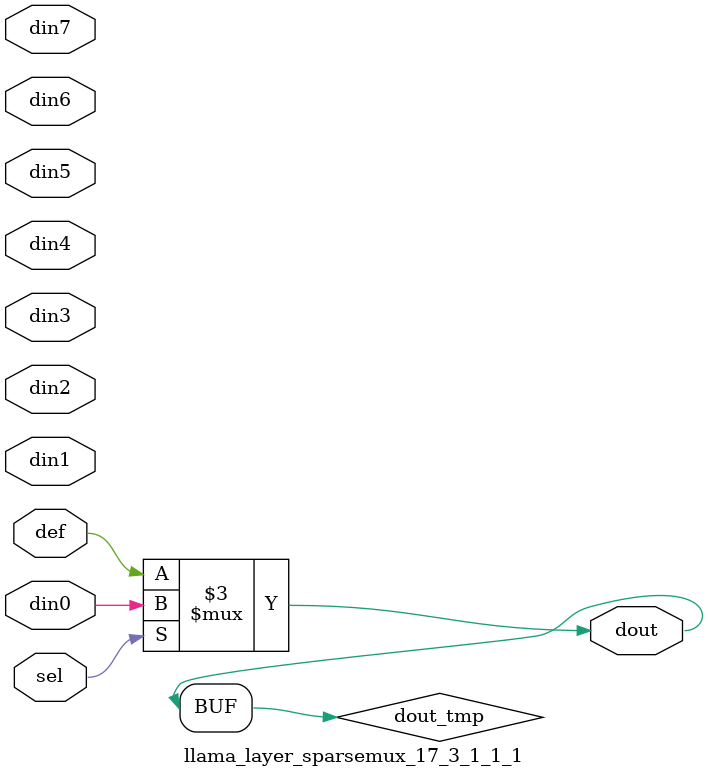
<source format=v>
`timescale 1ns / 1ps

module llama_layer_sparsemux_17_3_1_1_1 (din0,din1,din2,din3,din4,din5,din6,din7,def,sel,dout);

parameter din0_WIDTH = 1;

parameter din1_WIDTH = 1;

parameter din2_WIDTH = 1;

parameter din3_WIDTH = 1;

parameter din4_WIDTH = 1;

parameter din5_WIDTH = 1;

parameter din6_WIDTH = 1;

parameter din7_WIDTH = 1;

parameter def_WIDTH = 1;
parameter sel_WIDTH = 1;
parameter dout_WIDTH = 1;

parameter [sel_WIDTH-1:0] CASE0 = 1;

parameter [sel_WIDTH-1:0] CASE1 = 1;

parameter [sel_WIDTH-1:0] CASE2 = 1;

parameter [sel_WIDTH-1:0] CASE3 = 1;

parameter [sel_WIDTH-1:0] CASE4 = 1;

parameter [sel_WIDTH-1:0] CASE5 = 1;

parameter [sel_WIDTH-1:0] CASE6 = 1;

parameter [sel_WIDTH-1:0] CASE7 = 1;

parameter ID = 1;
parameter NUM_STAGE = 1;



input [din0_WIDTH-1:0] din0;

input [din1_WIDTH-1:0] din1;

input [din2_WIDTH-1:0] din2;

input [din3_WIDTH-1:0] din3;

input [din4_WIDTH-1:0] din4;

input [din5_WIDTH-1:0] din5;

input [din6_WIDTH-1:0] din6;

input [din7_WIDTH-1:0] din7;

input [def_WIDTH-1:0] def;
input [sel_WIDTH-1:0] sel;

output [dout_WIDTH-1:0] dout;



reg [dout_WIDTH-1:0] dout_tmp;


always @ (*) begin
(* parallel_case *) case (sel)
    
    CASE0 : dout_tmp = din0;
    
    CASE1 : dout_tmp = din1;
    
    CASE2 : dout_tmp = din2;
    
    CASE3 : dout_tmp = din3;
    
    CASE4 : dout_tmp = din4;
    
    CASE5 : dout_tmp = din5;
    
    CASE6 : dout_tmp = din6;
    
    CASE7 : dout_tmp = din7;
    
    default : dout_tmp = def;
endcase
end


assign dout = dout_tmp;



endmodule

</source>
